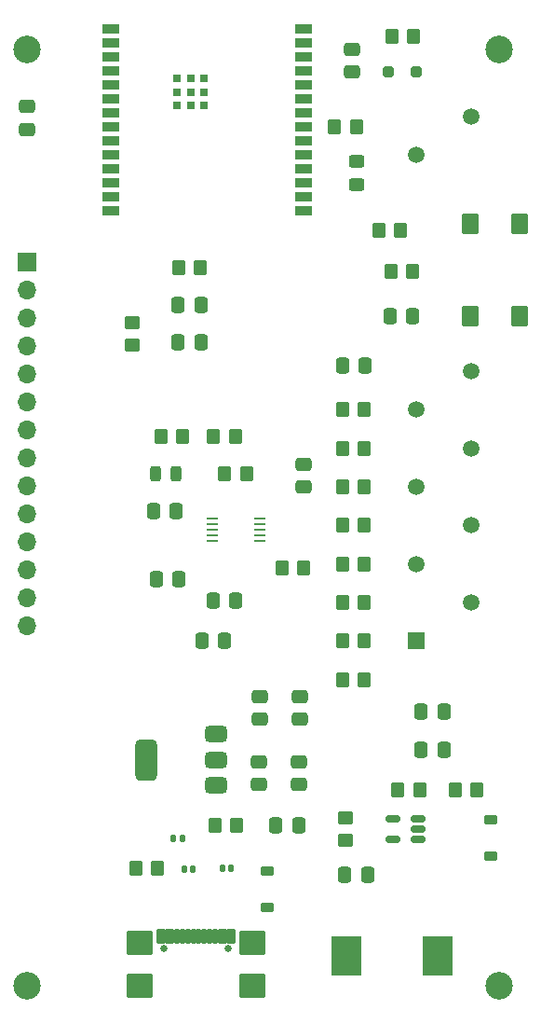
<source format=gts>
%TF.GenerationSoftware,KiCad,Pcbnew,9.0.4*%
%TF.CreationDate,2025-08-31T12:14:26+02:00*%
%TF.ProjectId,tank_PCB,74616e6b-5f50-4434-922e-6b696361645f,rev?*%
%TF.SameCoordinates,Original*%
%TF.FileFunction,Soldermask,Top*%
%TF.FilePolarity,Negative*%
%FSLAX46Y46*%
G04 Gerber Fmt 4.6, Leading zero omitted, Abs format (unit mm)*
G04 Created by KiCad (PCBNEW 9.0.4) date 2025-08-31 12:14:26*
%MOMM*%
%LPD*%
G01*
G04 APERTURE LIST*
G04 Aperture macros list*
%AMRoundRect*
0 Rectangle with rounded corners*
0 $1 Rounding radius*
0 $2 $3 $4 $5 $6 $7 $8 $9 X,Y pos of 4 corners*
0 Add a 4 corners polygon primitive as box body*
4,1,4,$2,$3,$4,$5,$6,$7,$8,$9,$2,$3,0*
0 Add four circle primitives for the rounded corners*
1,1,$1+$1,$2,$3*
1,1,$1+$1,$4,$5*
1,1,$1+$1,$6,$7*
1,1,$1+$1,$8,$9*
0 Add four rect primitives between the rounded corners*
20,1,$1+$1,$2,$3,$4,$5,0*
20,1,$1+$1,$4,$5,$6,$7,0*
20,1,$1+$1,$6,$7,$8,$9,0*
20,1,$1+$1,$8,$9,$2,$3,0*%
G04 Aperture macros list end*
%ADD10RoundRect,0.250000X0.350000X0.450000X-0.350000X0.450000X-0.350000X-0.450000X0.350000X-0.450000X0*%
%ADD11RoundRect,0.250000X-0.350000X-0.450000X0.350000X-0.450000X0.350000X0.450000X-0.350000X0.450000X0*%
%ADD12RoundRect,0.250000X-0.475000X0.337500X-0.475000X-0.337500X0.475000X-0.337500X0.475000X0.337500X0*%
%ADD13RoundRect,0.250000X-0.337500X-0.475000X0.337500X-0.475000X0.337500X0.475000X-0.337500X0.475000X0*%
%ADD14RoundRect,0.250000X0.337500X0.475000X-0.337500X0.475000X-0.337500X-0.475000X0.337500X-0.475000X0*%
%ADD15C,2.500000*%
%ADD16RoundRect,0.125000X0.125000X0.225000X-0.125000X0.225000X-0.125000X-0.225000X0.125000X-0.225000X0*%
%ADD17R,2.700000X3.600000*%
%ADD18RoundRect,0.225000X-0.375000X0.225000X-0.375000X-0.225000X0.375000X-0.225000X0.375000X0.225000X0*%
%ADD19R,1.100000X0.250000*%
%ADD20C,1.500000*%
%ADD21RoundRect,0.250000X-0.250000X-0.250000X0.250000X-0.250000X0.250000X0.250000X-0.250000X0.250000X0*%
%ADD22RoundRect,0.150000X0.512500X0.150000X-0.512500X0.150000X-0.512500X-0.150000X0.512500X-0.150000X0*%
%ADD23RoundRect,0.102000X0.700000X-0.800000X0.700000X0.800000X-0.700000X0.800000X-0.700000X-0.800000X0*%
%ADD24RoundRect,0.250000X0.475000X-0.337500X0.475000X0.337500X-0.475000X0.337500X-0.475000X-0.337500X0*%
%ADD25RoundRect,0.243750X-0.243750X-0.456250X0.243750X-0.456250X0.243750X0.456250X-0.243750X0.456250X0*%
%ADD26RoundRect,0.125000X-0.125000X-0.225000X0.125000X-0.225000X0.125000X0.225000X-0.125000X0.225000X0*%
%ADD27RoundRect,0.250000X-0.450000X0.350000X-0.450000X-0.350000X0.450000X-0.350000X0.450000X0.350000X0*%
%ADD28RoundRect,0.225000X0.375000X-0.225000X0.375000X0.225000X-0.375000X0.225000X-0.375000X-0.225000X0*%
%ADD29C,0.650000*%
%ADD30RoundRect,0.102000X-0.300000X-0.575000X0.300000X-0.575000X0.300000X0.575000X-0.300000X0.575000X0*%
%ADD31RoundRect,0.102000X-0.150000X-0.575000X0.150000X-0.575000X0.150000X0.575000X-0.150000X0.575000X0*%
%ADD32RoundRect,0.102000X-1.090000X-1.000000X1.090000X-1.000000X1.090000X1.000000X-1.090000X1.000000X0*%
%ADD33R,1.500000X0.900000*%
%ADD34R,0.800000X0.800000*%
%ADD35R,1.500000X1.500000*%
%ADD36R,1.700000X1.700000*%
%ADD37O,1.700000X1.700000*%
%ADD38RoundRect,0.250000X0.450000X-0.325000X0.450000X0.325000X-0.450000X0.325000X-0.450000X-0.325000X0*%
%ADD39RoundRect,0.250000X0.450000X-0.350000X0.450000X0.350000X-0.450000X0.350000X-0.450000X-0.350000X0*%
%ADD40RoundRect,0.375000X0.625000X0.375000X-0.625000X0.375000X-0.625000X-0.375000X0.625000X-0.375000X0*%
%ADD41RoundRect,0.500000X0.500000X1.400000X-0.500000X1.400000X-0.500000X-1.400000X0.500000X-1.400000X0*%
G04 APERTURE END LIST*
D10*
%TO.C,R11*%
X93700000Y-150200000D03*
X91700000Y-150200000D03*
%TD*%
D11*
%TO.C,R19*%
X91000000Y-100000000D03*
X93000000Y-100000000D03*
%TD*%
D12*
%TO.C,C10*%
X63000000Y-98162500D03*
X63000000Y-100237500D03*
%TD*%
%TO.C,C12*%
X87800000Y-151725000D03*
X87800000Y-153800000D03*
%TD*%
D13*
%TO.C,C16*%
X91700000Y-121700000D03*
X93775000Y-121700000D03*
%TD*%
D14*
%TO.C,C5*%
X100937500Y-156600000D03*
X98862500Y-156600000D03*
%TD*%
D15*
%TO.C,REF\u002A\u002A*%
X63000000Y-93000000D03*
%TD*%
D16*
%TO.C,D6*%
X77150000Y-164600000D03*
X76350000Y-164600000D03*
%TD*%
D11*
%TO.C,R13*%
X95000000Y-109400000D03*
X97000000Y-109400000D03*
%TD*%
%TO.C,R22*%
X91700000Y-139700000D03*
X93700000Y-139700000D03*
%TD*%
%TO.C,R7*%
X96762500Y-160200000D03*
X98762500Y-160200000D03*
%TD*%
D17*
%TO.C,L1*%
X92050000Y-175325000D03*
X100350000Y-175325000D03*
%TD*%
D13*
%TO.C,C1*%
X74525000Y-134900000D03*
X76600000Y-134900000D03*
%TD*%
D10*
%TO.C,R10*%
X93700000Y-143200000D03*
X91700000Y-143200000D03*
%TD*%
%TO.C,R14*%
X98100000Y-113100000D03*
X96100000Y-113100000D03*
%TD*%
D18*
%TO.C,D1*%
X105200000Y-162925000D03*
X105200000Y-166225000D03*
%TD*%
D10*
%TO.C,R15*%
X82100000Y-163400000D03*
X80100000Y-163400000D03*
%TD*%
D15*
%TO.C,REF\u002A\u002A*%
X63000000Y-178000000D03*
%TD*%
D19*
%TO.C,U1*%
X84200000Y-137600000D03*
X84200000Y-137100000D03*
X84200000Y-136600000D03*
X84200000Y-136100000D03*
X84200000Y-135600000D03*
X79900000Y-135600000D03*
X79900000Y-136100000D03*
X79900000Y-136600000D03*
X79900000Y-137100000D03*
X79900000Y-137600000D03*
%TD*%
D20*
%TO.C,J2*%
X103400000Y-99050000D03*
X98400000Y-102550000D03*
%TD*%
D11*
%TO.C,R4*%
X81000000Y-131500000D03*
X83000000Y-131500000D03*
%TD*%
%TO.C,R16*%
X72900000Y-167300000D03*
X74900000Y-167300000D03*
%TD*%
D10*
%TO.C,R8*%
X93700000Y-129200000D03*
X91700000Y-129200000D03*
%TD*%
D11*
%TO.C,R1*%
X80000000Y-128100000D03*
X82000000Y-128100000D03*
%TD*%
D21*
%TO.C,D2*%
X95900000Y-95000000D03*
X98400000Y-95000000D03*
%TD*%
D11*
%TO.C,R17*%
X76800000Y-112800000D03*
X78800000Y-112800000D03*
%TD*%
%TO.C,R20*%
X91700000Y-125700000D03*
X93700000Y-125700000D03*
%TD*%
D14*
%TO.C,C9*%
X78837500Y-116200000D03*
X76762500Y-116200000D03*
%TD*%
D22*
%TO.C,U3*%
X98600000Y-164725000D03*
X98600000Y-163775000D03*
X98600000Y-162825000D03*
X96325000Y-162825000D03*
X96325000Y-164725000D03*
%TD*%
D10*
%TO.C,R9*%
X93700000Y-136200000D03*
X91700000Y-136200000D03*
%TD*%
D23*
%TO.C,S1*%
X103300000Y-117200000D03*
X107800000Y-117200000D03*
X103300000Y-108800000D03*
X107800000Y-108800000D03*
%TD*%
D24*
%TO.C,C14*%
X84150000Y-159737500D03*
X84150000Y-157662500D03*
%TD*%
%TO.C,C17*%
X88200000Y-132737500D03*
X88200000Y-130662500D03*
%TD*%
D25*
%TO.C,F1*%
X74725000Y-131500000D03*
X76600000Y-131500000D03*
%TD*%
D13*
%TO.C,C3*%
X91925000Y-167925000D03*
X94000000Y-167925000D03*
%TD*%
D24*
%TO.C,C13*%
X87750000Y-159737500D03*
X87750000Y-157662500D03*
%TD*%
D15*
%TO.C,REF\u002A\u002A*%
X106000000Y-178000000D03*
%TD*%
D12*
%TO.C,C11*%
X84200000Y-151725000D03*
X84200000Y-153800000D03*
%TD*%
D14*
%TO.C,C7*%
X87737500Y-163400000D03*
X85662500Y-163400000D03*
%TD*%
D24*
%TO.C,C6*%
X92600000Y-95037500D03*
X92600000Y-92962500D03*
%TD*%
D15*
%TO.C,REF\u002A\u002A*%
X106000000Y-93000000D03*
%TD*%
D14*
%TO.C,C4*%
X100937500Y-153100000D03*
X98862500Y-153100000D03*
%TD*%
D26*
%TO.C,D5*%
X77300000Y-167400000D03*
X78100000Y-167400000D03*
%TD*%
D14*
%TO.C,C19*%
X81000000Y-146700000D03*
X78925000Y-146700000D03*
%TD*%
D11*
%TO.C,R3*%
X86200000Y-140100000D03*
X88200000Y-140100000D03*
%TD*%
D27*
%TO.C,R18*%
X72600000Y-117800000D03*
X72600000Y-119800000D03*
%TD*%
D14*
%TO.C,C15*%
X98100000Y-117200000D03*
X96025000Y-117200000D03*
%TD*%
D28*
%TO.C,D3*%
X84900000Y-170850000D03*
X84900000Y-167550000D03*
%TD*%
D29*
%TO.C,J5*%
X75510000Y-174570000D03*
X81290000Y-174570000D03*
D30*
X75200000Y-173495000D03*
X76000000Y-173495000D03*
D31*
X77150000Y-173495000D03*
X78150000Y-173495000D03*
X78650000Y-173495000D03*
X79650000Y-173495000D03*
D30*
X81600000Y-173495000D03*
X80800000Y-173495000D03*
D31*
X80150000Y-173495000D03*
X79150000Y-173495000D03*
X77650000Y-173495000D03*
X76650000Y-173495000D03*
D32*
X73290000Y-174070000D03*
X83510000Y-174070000D03*
X73290000Y-178000000D03*
X83510000Y-178000000D03*
%TD*%
D33*
%TO.C,U4*%
X70650000Y-91140000D03*
X70650000Y-92410000D03*
X70650000Y-93680000D03*
X70650000Y-94950000D03*
X70650000Y-96220000D03*
X70650000Y-97490000D03*
X70650000Y-98760000D03*
X70650000Y-100030000D03*
X70650000Y-101300000D03*
X70650000Y-102570000D03*
X70650000Y-103840000D03*
X70650000Y-105110000D03*
X70650000Y-106380000D03*
X70650000Y-107650000D03*
X88150000Y-107650000D03*
X88150000Y-106380000D03*
X88150000Y-105110000D03*
X88150000Y-103840000D03*
X88150000Y-102570000D03*
X88150000Y-101300000D03*
X88150000Y-100030000D03*
X88150000Y-98760000D03*
X88150000Y-97490000D03*
X88150000Y-96220000D03*
X88150000Y-94950000D03*
X88150000Y-93680000D03*
X88150000Y-92410000D03*
X88150000Y-91140000D03*
D34*
X76645000Y-95610000D03*
X76645000Y-96860000D03*
X76645000Y-98110000D03*
X77895000Y-95610000D03*
X77895000Y-96860000D03*
X77895000Y-98110000D03*
X79145000Y-95610000D03*
X79145000Y-96860000D03*
X79145000Y-98110000D03*
%TD*%
D35*
%TO.C,J3*%
X98400000Y-146700000D03*
D20*
X103400000Y-143200000D03*
X98400000Y-139700000D03*
X103400000Y-136200000D03*
X98400000Y-132700000D03*
X103400000Y-129200000D03*
X98400000Y-125700000D03*
X103400000Y-122200000D03*
%TD*%
D11*
%TO.C,R21*%
X91700000Y-132700000D03*
X93700000Y-132700000D03*
%TD*%
D14*
%TO.C,C8*%
X78840000Y-119600000D03*
X76765000Y-119600000D03*
%TD*%
D16*
%TO.C,D4*%
X81600000Y-167300000D03*
X80800000Y-167300000D03*
%TD*%
D36*
%TO.C,J1*%
X63000000Y-112260000D03*
D37*
X63000000Y-114800000D03*
X63000000Y-117340000D03*
X63000000Y-119880000D03*
X63000000Y-122420000D03*
X63000000Y-124960000D03*
X63000000Y-127500000D03*
X63000000Y-130040000D03*
X63000000Y-132580000D03*
X63000000Y-135120000D03*
X63000000Y-137660000D03*
X63000000Y-140200000D03*
X63000000Y-142740000D03*
X63000000Y-145280000D03*
%TD*%
D38*
%TO.C,D7*%
X93000000Y-105225000D03*
X93000000Y-103175000D03*
%TD*%
D11*
%TO.C,R12*%
X96200000Y-91800000D03*
X98200000Y-91800000D03*
%TD*%
D39*
%TO.C,R5*%
X91962500Y-164775000D03*
X91962500Y-162775000D03*
%TD*%
D10*
%TO.C,R2*%
X77200000Y-128100000D03*
X75200000Y-128100000D03*
%TD*%
D11*
%TO.C,R6*%
X101962500Y-160200000D03*
X103962500Y-160200000D03*
%TD*%
D40*
%TO.C,U5*%
X80200000Y-159762500D03*
X80200000Y-157462500D03*
D41*
X73900000Y-157462500D03*
D40*
X80200000Y-155162500D03*
%TD*%
D14*
%TO.C,C18*%
X82000000Y-143000000D03*
X79925000Y-143000000D03*
%TD*%
D11*
%TO.C,R23*%
X91700000Y-146700000D03*
X93700000Y-146700000D03*
%TD*%
D13*
%TO.C,C2*%
X74762500Y-141100000D03*
X76837500Y-141100000D03*
%TD*%
M02*

</source>
